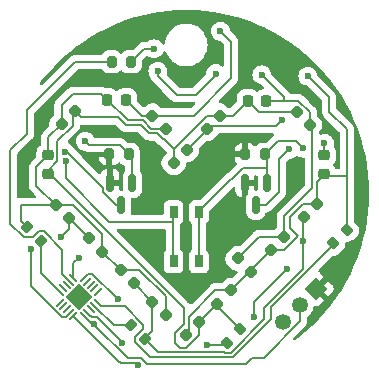
<source format=gbr>
%TF.GenerationSoftware,KiCad,Pcbnew,7.0.7*%
%TF.CreationDate,2024-04-02T17:30:46-04:00*%
%TF.ProjectId,battery_leds,62617474-6572-4795-9f6c-6564732e6b69,rev?*%
%TF.SameCoordinates,Original*%
%TF.FileFunction,Copper,L1,Top*%
%TF.FilePolarity,Positive*%
%FSLAX46Y46*%
G04 Gerber Fmt 4.6, Leading zero omitted, Abs format (unit mm)*
G04 Created by KiCad (PCBNEW 7.0.7) date 2024-04-02 17:30:46*
%MOMM*%
%LPD*%
G01*
G04 APERTURE LIST*
G04 Aperture macros list*
%AMRoundRect*
0 Rectangle with rounded corners*
0 $1 Rounding radius*
0 $2 $3 $4 $5 $6 $7 $8 $9 X,Y pos of 4 corners*
0 Add a 4 corners polygon primitive as box body*
4,1,4,$2,$3,$4,$5,$6,$7,$8,$9,$2,$3,0*
0 Add four circle primitives for the rounded corners*
1,1,$1+$1,$2,$3*
1,1,$1+$1,$4,$5*
1,1,$1+$1,$6,$7*
1,1,$1+$1,$8,$9*
0 Add four rect primitives between the rounded corners*
20,1,$1+$1,$2,$3,$4,$5,0*
20,1,$1+$1,$4,$5,$6,$7,0*
20,1,$1+$1,$6,$7,$8,$9,0*
20,1,$1+$1,$8,$9,$2,$3,0*%
%AMHorizOval*
0 Thick line with rounded ends*
0 $1 width*
0 $2 $3 position (X,Y) of the first rounded end (center of the circle)*
0 $4 $5 position (X,Y) of the second rounded end (center of the circle)*
0 Add line between two ends*
20,1,$1,$2,$3,$4,$5,0*
0 Add two circle primitives to create the rounded ends*
1,1,$1,$2,$3*
1,1,$1,$4,$5*%
%AMRotRect*
0 Rectangle, with rotation*
0 The origin of the aperture is its center*
0 $1 length*
0 $2 width*
0 $3 Rotation angle, in degrees counterclockwise*
0 Add horizontal line*
21,1,$1,$2,0,0,$3*%
G04 Aperture macros list end*
%TA.AperFunction,SMDPad,CuDef*%
%ADD10RoundRect,0.200000X0.335876X0.053033X0.053033X0.335876X-0.335876X-0.053033X-0.053033X-0.335876X0*%
%TD*%
%TA.AperFunction,SMDPad,CuDef*%
%ADD11RoundRect,0.150000X-0.150000X0.587500X-0.150000X-0.587500X0.150000X-0.587500X0.150000X0.587500X0*%
%TD*%
%TA.AperFunction,SMDPad,CuDef*%
%ADD12RoundRect,0.218750X-0.218750X-0.256250X0.218750X-0.256250X0.218750X0.256250X-0.218750X0.256250X0*%
%TD*%
%TA.AperFunction,ComponentPad*%
%ADD13RotRect,1.350000X1.350000X315.000000*%
%TD*%
%TA.AperFunction,ComponentPad*%
%ADD14HorizOval,1.350000X0.000000X0.000000X0.000000X0.000000X0*%
%TD*%
%TA.AperFunction,SMDPad,CuDef*%
%ADD15RoundRect,0.218750X-0.335876X-0.026517X-0.026517X-0.335876X0.335876X0.026517X0.026517X0.335876X0*%
%TD*%
%TA.AperFunction,SMDPad,CuDef*%
%ADD16RoundRect,0.218750X0.256250X-0.218750X0.256250X0.218750X-0.256250X0.218750X-0.256250X-0.218750X0*%
%TD*%
%TA.AperFunction,SMDPad,CuDef*%
%ADD17RoundRect,0.218750X0.335876X0.026517X0.026517X0.335876X-0.335876X-0.026517X-0.026517X-0.335876X0*%
%TD*%
%TA.AperFunction,SMDPad,CuDef*%
%ADD18RoundRect,0.218750X-0.026517X0.335876X-0.335876X0.026517X0.026517X-0.335876X0.335876X-0.026517X0*%
%TD*%
%TA.AperFunction,SMDPad,CuDef*%
%ADD19RoundRect,0.218750X0.026517X-0.335876X0.335876X-0.026517X-0.026517X0.335876X-0.335876X0.026517X0*%
%TD*%
%TA.AperFunction,SMDPad,CuDef*%
%ADD20RoundRect,0.200000X0.200000X0.275000X-0.200000X0.275000X-0.200000X-0.275000X0.200000X-0.275000X0*%
%TD*%
%TA.AperFunction,SMDPad,CuDef*%
%ADD21RoundRect,0.218750X-0.256250X0.218750X-0.256250X-0.218750X0.256250X-0.218750X0.256250X0.218750X0*%
%TD*%
%TA.AperFunction,SMDPad,CuDef*%
%ADD22RoundRect,0.050000X-0.229810X-0.300520X0.300520X0.229810X0.229810X0.300520X-0.300520X-0.229810X0*%
%TD*%
%TA.AperFunction,SMDPad,CuDef*%
%ADD23RoundRect,0.050000X0.229810X-0.300520X0.300520X-0.229810X-0.229810X0.300520X-0.300520X0.229810X0*%
%TD*%
%TA.AperFunction,SMDPad,CuDef*%
%ADD24RotRect,1.650000X1.650000X45.000000*%
%TD*%
%TA.AperFunction,SMDPad,CuDef*%
%ADD25RoundRect,0.200000X-0.053033X0.335876X-0.335876X0.053033X0.053033X-0.335876X0.335876X-0.053033X0*%
%TD*%
%TA.AperFunction,SMDPad,CuDef*%
%ADD26R,0.650000X1.050000*%
%TD*%
%TA.AperFunction,ViaPad*%
%ADD27C,0.600000*%
%TD*%
%TA.AperFunction,Conductor*%
%ADD28C,0.200000*%
%TD*%
G04 APERTURE END LIST*
D10*
%TO.P,R1,1*%
%TO.N,Net-(U1-PD6)*%
X135133364Y-100420864D03*
%TO.P,R1,2*%
%TO.N,Net-(D1-A)*%
X133966638Y-99254138D03*
%TD*%
D11*
%TO.P,Q2,1,G*%
%TO.N,Net-(Q2-G)*%
X142900001Y-95500001D03*
%TO.P,Q2,2,S*%
%TO.N,GND*%
X141000001Y-95500001D03*
%TO.P,Q2,3,D*%
%TO.N,Net-(Q1-D)*%
X141950001Y-97375001D03*
%TD*%
D12*
%TO.P,D2,1,K*%
%TO.N,Net-(D1-A)*%
X140762501Y-88437501D03*
%TO.P,D2,2,A*%
%TO.N,Net-(D1-K)*%
X142337501Y-88437501D03*
%TD*%
D13*
%TO.P,J1,1,Pin_1*%
%TO.N,GND*%
X158464215Y-104423287D03*
D14*
%TO.P,J1,2,Pin_2*%
%TO.N,+3.3V*%
X157050001Y-105837501D03*
%TO.P,J1,3,Pin_3*%
%TO.N,SWIO*%
X155635788Y-107251714D03*
%TD*%
D15*
%TO.P,D1,1,K*%
%TO.N,Net-(D1-K)*%
X144593154Y-89780654D03*
%TO.P,D1,2,A*%
%TO.N,Net-(D1-A)*%
X145706848Y-90894348D03*
%TD*%
D11*
%TO.P,Q1,1,G*%
%TO.N,Net-(Q1-G)*%
X154300001Y-95500001D03*
%TO.P,Q1,2,S*%
%TO.N,GND*%
X152400001Y-95500001D03*
%TO.P,Q1,3,D*%
%TO.N,Net-(Q1-D)*%
X153350001Y-97375001D03*
%TD*%
D16*
%TO.P,D17,1,K*%
%TO.N,Net-(D1-K)*%
X159150001Y-94725001D03*
%TO.P,D17,2,A*%
%TO.N,Net-(D10-K)*%
X159150001Y-93150001D03*
%TD*%
D15*
%TO.P,D13,1,K*%
%TO.N,Net-(D13-K)*%
X151793154Y-101880654D03*
%TO.P,D13,2,A*%
%TO.N,Net-(D1-K)*%
X152906848Y-102994348D03*
%TD*%
D17*
%TO.P,D5,1,K*%
%TO.N,Net-(D13-K)*%
X137506848Y-98494348D03*
%TO.P,D5,2,A*%
%TO.N,Net-(D1-A)*%
X136393154Y-97380654D03*
%TD*%
D18*
%TO.P,D12,1,K*%
%TO.N,Net-(D1-K)*%
X151206848Y-104580654D03*
%TO.P,D12,2,A*%
%TO.N,Net-(D11-K)*%
X150093154Y-105694348D03*
%TD*%
%TO.P,D3,1,K*%
%TO.N,Net-(D11-K)*%
X138006848Y-89380654D03*
%TO.P,D3,2,A*%
%TO.N,Net-(D1-A)*%
X136893154Y-90494348D03*
%TD*%
D19*
%TO.P,D18,1,K*%
%TO.N,Net-(D10-K)*%
X149193154Y-90894348D03*
%TO.P,D18,2,A*%
%TO.N,Net-(D11-K)*%
X150306848Y-89780654D03*
%TD*%
D17*
%TO.P,D10,1,K*%
%TO.N,Net-(D10-K)*%
X143006848Y-103994348D03*
%TO.P,D10,2,A*%
%TO.N,Net-(D1-A)*%
X141893154Y-102880654D03*
%TD*%
D20*
%TO.P,R15,1*%
%TO.N,Net-(Q2-G)*%
X142600003Y-93037501D03*
%TO.P,R15,2*%
%TO.N,GND*%
X140950003Y-93037501D03*
%TD*%
D17*
%TO.P,D6,1,K*%
%TO.N,Net-(D1-A)*%
X140306848Y-101294348D03*
%TO.P,D6,2,A*%
%TO.N,Net-(D13-K)*%
X139193154Y-100180654D03*
%TD*%
D21*
%TO.P,D4,1,K*%
%TO.N,Net-(D1-A)*%
X135750001Y-93150001D03*
%TO.P,D4,2,A*%
%TO.N,Net-(D11-K)*%
X135750001Y-94725001D03*
%TD*%
D17*
%TO.P,D19,1,K*%
%TO.N,Net-(D13-K)*%
X157906848Y-90594348D03*
%TO.P,D19,2,A*%
%TO.N,Net-(D11-K)*%
X156793154Y-89480654D03*
%TD*%
D19*
%TO.P,D14,1,K*%
%TO.N,Net-(D1-K)*%
X154593154Y-101194348D03*
%TO.P,D14,2,A*%
%TO.N,Net-(D13-K)*%
X155706848Y-100080654D03*
%TD*%
%TO.P,D20,1,K*%
%TO.N,Net-(D11-K)*%
X146393154Y-93794348D03*
%TO.P,D20,2,A*%
%TO.N,Net-(D10-K)*%
X147506848Y-92680654D03*
%TD*%
D20*
%TO.P,R4,1*%
%TO.N,Net-(D13-K)*%
X142775001Y-85237501D03*
%TO.P,R4,2*%
%TO.N,Net-(U1-PD3)*%
X141125001Y-85237501D03*
%TD*%
D12*
%TO.P,D7,1,K*%
%TO.N,Net-(D11-K)*%
X152662501Y-88537501D03*
%TO.P,D7,2,A*%
%TO.N,Net-(D13-K)*%
X154237501Y-88537501D03*
%TD*%
D22*
%TO.P,U1,1,PD7*%
%TO.N,unconnected-(U1-PD7-Pad1)*%
X136759011Y-105617292D03*
%TO.P,U1,2,PA1*%
%TO.N,unconnected-(U1-PA1-Pad2)*%
X137041853Y-105900135D03*
%TO.P,U1,3,PA2*%
%TO.N,unconnected-(U1-PA2-Pad3)*%
X137324696Y-106182978D03*
%TO.P,U1,4,GND*%
%TO.N,Net-(Q1-D)*%
X137607539Y-106465821D03*
%TO.P,U1,5,PD0*%
%TO.N,Net-(U1-PD0)*%
X137890382Y-106748663D03*
D23*
%TO.P,U1,6,VDD*%
%TO.N,+3.3V*%
X138809620Y-106748663D03*
%TO.P,U1,7,PC0*%
%TO.N,Net-(Q1-G)*%
X139092463Y-106465821D03*
%TO.P,U1,8,PC1*%
%TO.N,unconnected-(U1-PC1-Pad8)*%
X139375306Y-106182978D03*
%TO.P,U1,9,PC2*%
%TO.N,Net-(U1-PC2)*%
X139658149Y-105900135D03*
%TO.P,U1,10,PC3*%
%TO.N,Net-(U1-PC3)*%
X139940991Y-105617292D03*
D22*
%TO.P,U1,11,PC4*%
%TO.N,unconnected-(U1-PC4-Pad11)*%
X139940991Y-104698054D03*
%TO.P,U1,12,PC5*%
%TO.N,unconnected-(U1-PC5-Pad12)*%
X139658149Y-104415211D03*
%TO.P,U1,13,PC6*%
%TO.N,unconnected-(U1-PC6-Pad13)*%
X139375306Y-104132368D03*
%TO.P,U1,14,PC7*%
%TO.N,unconnected-(U1-PC7-Pad14)*%
X139092463Y-103849525D03*
%TO.P,U1,15,PD1*%
%TO.N,SWIO*%
X138809620Y-103566683D03*
D23*
%TO.P,U1,16,PD2*%
%TO.N,Net-(Q2-G)*%
X137890382Y-103566683D03*
%TO.P,U1,17,PD3*%
%TO.N,Net-(U1-PD3)*%
X137607539Y-103849525D03*
%TO.P,U1,18,PD4*%
%TO.N,unconnected-(U1-PD4-Pad18)*%
X137324696Y-104132368D03*
%TO.P,U1,19,PD5*%
%TO.N,unconnected-(U1-PD5-Pad19)*%
X137041853Y-104415211D03*
%TO.P,U1,20,PD6*%
%TO.N,Net-(U1-PD6)*%
X136759011Y-104698054D03*
D24*
%TO.P,U1,21*%
%TO.N,N/C*%
X138350001Y-105157673D03*
%TD*%
D19*
%TO.P,D16,1,K*%
%TO.N,Net-(D10-K)*%
X157393154Y-98394348D03*
%TO.P,D16,2,A*%
%TO.N,Net-(D1-K)*%
X158506848Y-97280654D03*
%TD*%
D20*
%TO.P,R6,1*%
%TO.N,Net-(Q1-G)*%
X154104290Y-93061650D03*
%TO.P,R6,2*%
%TO.N,GND*%
X152454290Y-93061650D03*
%TD*%
D25*
%TO.P,R3,1*%
%TO.N,Net-(D11-K)*%
X152033364Y-107854138D03*
%TO.P,R3,2*%
%TO.N,Net-(U1-PD0)*%
X150866638Y-109020864D03*
%TD*%
%TO.P,R2,1*%
%TO.N,Net-(D1-K)*%
X161050001Y-99437501D03*
%TO.P,R2,2*%
%TO.N,Net-(U1-PC3)*%
X159883275Y-100604227D03*
%TD*%
D18*
%TO.P,D11,1,K*%
%TO.N,Net-(D11-K)*%
X148506848Y-107280654D03*
%TO.P,D11,2,A*%
%TO.N,Net-(D1-K)*%
X147393154Y-108394348D03*
%TD*%
D26*
%TO.P,SW2,1,1*%
%TO.N,Net-(Q1-G)*%
X148525001Y-97962501D03*
X148525001Y-102112501D03*
%TO.P,SW2,2,2*%
%TO.N,+3.3V*%
X146375001Y-97962501D03*
X146375001Y-102112501D03*
%TD*%
D17*
%TO.P,D15,1,K*%
%TO.N,Net-(D1-A)*%
X145706848Y-106694348D03*
%TO.P,D15,2,A*%
%TO.N,Net-(D10-K)*%
X144593154Y-105580654D03*
%TD*%
D10*
%TO.P,R5,1*%
%TO.N,Net-(D10-K)*%
X143933364Y-108720864D03*
%TO.P,R5,2*%
%TO.N,Net-(U1-PC2)*%
X142766638Y-107554138D03*
%TD*%
D27*
%TO.N,Net-(D1-K)*%
X157750001Y-86437501D03*
X150350001Y-82637501D03*
%TO.N,Net-(D13-K)*%
X136850501Y-100037501D03*
X144750001Y-84137501D03*
X153850001Y-86337501D03*
%TO.N,GND*%
X147450001Y-95437501D03*
%TO.N,Net-(Q1-G)*%
X142050001Y-109037501D03*
X157351090Y-92538590D03*
X153150001Y-106837501D03*
X155950001Y-102737501D03*
%TO.N,Net-(Q1-D)*%
X149950001Y-86237501D03*
X134350001Y-101037501D03*
X137150001Y-92837501D03*
X156150001Y-92637501D03*
X145050001Y-86037501D03*
%TO.N,+3.3V*%
X139650001Y-107437501D03*
X137250001Y-93637501D03*
%TO.N,SWIO*%
X141650001Y-105337501D03*
%TO.N,Net-(Q2-G)*%
X138350001Y-101837501D03*
X138903915Y-91947947D03*
%TO.N,Net-(D10-K)*%
X155550001Y-90137501D03*
X157321921Y-100409421D03*
X159150001Y-92137501D03*
%TO.N,Net-(U1-PD0)*%
X143350001Y-110937501D03*
X149250001Y-109237501D03*
%TD*%
D28*
%TO.N,Net-(D1-K)*%
X147650001Y-108137501D02*
X147650001Y-106837501D01*
X158506848Y-97280654D02*
X157306848Y-97280654D01*
X161050001Y-90937501D02*
X161050001Y-94937501D01*
X150350001Y-82637501D02*
X151250001Y-83537501D01*
X159362501Y-94937501D02*
X161050001Y-94937501D01*
X159150001Y-94725001D02*
X159362501Y-94937501D01*
X151250001Y-86637501D02*
X148106848Y-89780654D01*
X152906848Y-102880654D02*
X154593154Y-101194348D01*
X158506848Y-97280654D02*
X158893154Y-97280654D01*
X152793154Y-102994348D02*
X152906848Y-102994348D01*
X147393154Y-108394348D02*
X147650001Y-108137501D01*
X159550001Y-89437501D02*
X161050001Y-90937501D01*
X157750001Y-86437501D02*
X159550001Y-88237501D01*
X156898010Y-99985510D02*
X155689171Y-101194348D01*
X156250001Y-99337501D02*
X156898010Y-99985510D01*
X156250001Y-98337501D02*
X156250001Y-99337501D01*
X143680654Y-89780654D02*
X142337501Y-88437501D01*
X157306848Y-97280654D02*
X156250001Y-98337501D01*
X149906848Y-104580654D02*
X151206848Y-104580654D01*
X161050001Y-94937501D02*
X161050001Y-99437501D01*
X148106848Y-89780654D02*
X144593154Y-89780654D01*
X159550001Y-88237501D02*
X159550001Y-89437501D01*
X147650001Y-106837501D02*
X149906848Y-104580654D01*
X155689171Y-101194348D02*
X154593154Y-101194348D01*
X144593154Y-89780654D02*
X143680654Y-89780654D01*
X151206848Y-104580654D02*
X152793154Y-102994348D01*
X158506848Y-97280654D02*
X158506848Y-95368154D01*
X152906848Y-102994348D02*
X152906848Y-102880654D01*
X151250001Y-83537501D02*
X151250001Y-86637501D01*
X158506848Y-95368154D02*
X159150001Y-94725001D01*
%TO.N,Net-(D1-A)*%
X140762501Y-88437501D02*
X140262501Y-87937501D01*
X143493154Y-102880654D02*
X145706848Y-105094348D01*
X133450501Y-98738001D02*
X133966638Y-99254138D01*
X135840122Y-97380654D02*
X136393154Y-97380654D01*
X140262501Y-87937501D02*
X137850001Y-87937501D01*
X135750001Y-91637501D02*
X135750001Y-93150001D01*
X144506848Y-90894348D02*
X143793154Y-90180654D01*
X134750001Y-95737501D02*
X136393154Y-97380654D01*
X145706848Y-105094348D02*
X145706848Y-106694348D01*
X136393154Y-97380654D02*
X137893154Y-97380654D01*
X140306848Y-101294348D02*
X141893154Y-102880654D01*
X142505654Y-90180654D02*
X140762501Y-88437501D01*
X134750001Y-94150001D02*
X134750001Y-95737501D01*
X143793154Y-90180654D02*
X142505654Y-90180654D01*
X137850001Y-87937501D02*
X136893154Y-88894348D01*
X141893154Y-102880654D02*
X143493154Y-102880654D01*
X136893154Y-90494348D02*
X135750001Y-91637501D01*
X145706848Y-90894348D02*
X144506848Y-90894348D01*
X133450501Y-97380654D02*
X136393154Y-97380654D01*
X137893154Y-97380654D02*
X140306848Y-99794348D01*
X140306848Y-99794348D02*
X140306848Y-101294348D01*
X133450501Y-97380654D02*
X133450501Y-98738001D01*
X136893154Y-88894348D02*
X136893154Y-90494348D01*
X135750001Y-93150001D02*
X134750001Y-94150001D01*
%TO.N,Net-(D11-K)*%
X135750001Y-94437501D02*
X135750001Y-94725001D01*
X146393154Y-93794348D02*
X146393154Y-92598331D01*
X148506848Y-107280654D02*
X150093154Y-105694348D01*
X145543797Y-91748974D02*
X145465457Y-91748974D01*
X146393154Y-92598331D02*
X149210831Y-89780654D01*
X153605654Y-89480654D02*
X156793154Y-89480654D01*
X152662501Y-88537501D02*
X153605654Y-89480654D01*
X138563695Y-89937501D02*
X138006848Y-89380654D01*
X150093154Y-105913928D02*
X152033364Y-107854138D01*
X143627468Y-90580654D02*
X142339968Y-90580654D01*
X138006848Y-89380654D02*
X137850001Y-89537501D01*
X136550001Y-91937501D02*
X136550001Y-93637501D01*
X137850001Y-89537501D02*
X137850001Y-90637501D01*
X135903186Y-94725001D02*
X147250001Y-106071816D01*
X137850001Y-90637501D02*
X136550001Y-91937501D01*
X147446018Y-109437501D02*
X148506848Y-108376671D01*
X142339968Y-90580654D02*
X141696815Y-89937501D01*
X149210831Y-89780654D02*
X150306848Y-89780654D01*
X147250001Y-107437501D02*
X146538528Y-108148974D01*
X136550001Y-93637501D02*
X135750001Y-94437501D01*
X145010831Y-91294348D02*
X144341162Y-91294348D01*
X148506848Y-108376671D02*
X148506848Y-107280654D01*
X145465457Y-91748974D02*
X145010831Y-91294348D01*
X146950001Y-109437501D02*
X147446018Y-109437501D01*
X144341162Y-91294348D02*
X143627468Y-90580654D01*
X147250001Y-106071816D02*
X147250001Y-107437501D01*
X146538528Y-108148974D02*
X146538528Y-109026028D01*
X146538528Y-109026028D02*
X146950001Y-109437501D01*
X141696815Y-89937501D02*
X138563695Y-89937501D01*
X151419348Y-89780654D02*
X152662501Y-88537501D01*
X135750001Y-94725001D02*
X135903186Y-94725001D01*
X146393154Y-92598331D02*
X145543797Y-91748974D01*
X150306848Y-89780654D02*
X151419348Y-89780654D01*
X149831846Y-105694348D02*
X150093154Y-105694348D01*
X150093154Y-105694348D02*
X150093154Y-105913928D01*
%TO.N,Net-(D13-K)*%
X143875001Y-84137501D02*
X142775001Y-85237501D01*
X156946018Y-88537501D02*
X157906848Y-89498331D01*
X137506848Y-98494348D02*
X139193154Y-100180654D01*
X155706848Y-98280654D02*
X155706848Y-100080654D01*
X157906848Y-90594348D02*
X158106848Y-90794348D01*
X155706848Y-100080654D02*
X153593154Y-100080654D01*
X158106848Y-95880654D02*
X155706848Y-98280654D01*
X137506848Y-98494348D02*
X137506848Y-99381154D01*
X153593154Y-100080654D02*
X151793154Y-101880654D01*
X158106848Y-90794348D02*
X158106848Y-95880654D01*
X155750001Y-88237501D02*
X155750001Y-88537501D01*
X157906848Y-89498331D02*
X157906848Y-90594348D01*
X155750001Y-88537501D02*
X155850001Y-88537501D01*
X137506848Y-99381154D02*
X136850501Y-100037501D01*
X155850001Y-88537501D02*
X156946018Y-88537501D01*
X144750001Y-84137501D02*
X143875001Y-84137501D01*
X153850001Y-86337501D02*
X155750001Y-88237501D01*
X154237501Y-88537501D02*
X155750001Y-88537501D01*
%TO.N,Net-(Q1-G)*%
X148499999Y-97887503D02*
X148499999Y-98762501D01*
X154300001Y-94237501D02*
X152250001Y-94237501D01*
X142050001Y-109037501D02*
X142050001Y-108988972D01*
X151350001Y-95137501D02*
X151250001Y-95137501D01*
X154300001Y-93257362D02*
X154300001Y-94237501D01*
X153150001Y-106837501D02*
X153150001Y-105537501D01*
X148500000Y-102087500D02*
X148500000Y-98762501D01*
X156750001Y-91937501D02*
X155228439Y-91937501D01*
X139894527Y-106833498D02*
X139460140Y-106833498D01*
X154300001Y-94237501D02*
X154300000Y-95500000D01*
X153150001Y-105537501D02*
X155950001Y-102737501D01*
X139460140Y-106833498D02*
X139092463Y-106465821D01*
X154104290Y-93061650D02*
X154300001Y-93257362D01*
X157351090Y-92538590D02*
X156750001Y-91937501D01*
X148525001Y-102112501D02*
X148500000Y-102087500D01*
X152250001Y-94237501D02*
X151350001Y-95137501D01*
X151250001Y-95137501D02*
X148499999Y-97887503D01*
X142050001Y-108988972D02*
X139894527Y-106833498D01*
X155228439Y-91937501D02*
X154104290Y-93061650D01*
%TO.N,Net-(Q1-D)*%
X148248332Y-88040028D02*
X149950001Y-86338359D01*
X140400001Y-96273897D02*
X141501105Y-97375001D01*
X155306848Y-94037501D02*
X155306848Y-96280654D01*
X137239860Y-106833498D02*
X137607539Y-106465821D01*
X134350001Y-101037501D02*
X134350001Y-104233587D01*
X155306848Y-94037501D02*
X155306848Y-93480654D01*
X137350001Y-92837501D02*
X140400001Y-95887501D01*
X155306848Y-93480654D02*
X156150001Y-92637501D01*
X136949912Y-106833498D02*
X137239860Y-106833498D01*
X146651670Y-88040028D02*
X148248332Y-88040028D01*
X137150001Y-92837501D02*
X137350001Y-92837501D01*
X141501105Y-97375001D02*
X141950001Y-97375001D01*
X149950001Y-86338359D02*
X149950001Y-86237501D01*
X145050001Y-86438359D02*
X146651670Y-88040028D01*
X155306848Y-96280654D02*
X154212501Y-97375001D01*
X140400001Y-95887501D02*
X140400001Y-96273897D01*
X154212501Y-97375001D02*
X153350001Y-97375001D01*
X145050001Y-86037501D02*
X145050001Y-86438359D01*
X134350001Y-104233587D02*
X136949912Y-106833498D01*
%TO.N,+3.3V*%
X153995310Y-110271051D02*
X157050001Y-107216360D01*
X152550001Y-110837501D02*
X153050001Y-110337501D01*
X139650001Y-107437501D02*
X139650001Y-107486030D01*
X140944639Y-98762501D02*
X146349999Y-98762501D01*
X139650001Y-107486030D02*
X142501472Y-110337501D01*
X143650001Y-110337501D02*
X144150001Y-110837501D01*
X146350001Y-97987501D02*
X146375001Y-97962501D01*
X137250001Y-95067863D02*
X140944639Y-98762501D01*
X142501472Y-110337501D02*
X143650001Y-110337501D01*
X137250001Y-93637501D02*
X137250001Y-95067863D01*
X144150001Y-110837501D02*
X152550001Y-110837501D01*
X157050001Y-107216360D02*
X157050001Y-105837501D01*
X139498458Y-107437501D02*
X138809620Y-106748663D01*
X153050001Y-110337501D02*
X153848042Y-110337501D01*
X139650001Y-107437501D02*
X139498458Y-107437501D01*
X153848042Y-110337501D02*
X153995310Y-110271051D01*
X146350001Y-102087501D02*
X146350001Y-97987501D01*
X146375001Y-102112501D02*
X146350001Y-102087501D01*
%TO.N,SWIO*%
X139177299Y-103199005D02*
X139511505Y-103199005D01*
X139511505Y-103199005D02*
X141650001Y-105337501D01*
X138809620Y-103566683D02*
X139177299Y-103199005D01*
%TO.N,Net-(Q2-G)*%
X142900002Y-95500001D02*
X142900000Y-93337501D01*
X141825003Y-92262501D02*
X142600003Y-93037501D01*
X138350001Y-101837501D02*
X137890382Y-102297120D01*
X142900000Y-93337501D02*
X142600000Y-93037501D01*
X137890382Y-102297120D02*
X137890382Y-103566683D01*
X138903915Y-91947947D02*
X139218469Y-92262501D01*
X139218469Y-92262501D02*
X141825003Y-92262501D01*
%TO.N,Net-(U1-PD6)*%
X135133364Y-103072407D02*
X136759011Y-104698054D01*
X135133364Y-100420864D02*
X135133364Y-103072407D01*
%TO.N,Net-(U1-PD3)*%
X141125001Y-85237501D02*
X138050001Y-85237501D01*
X138050001Y-85237501D02*
X133950001Y-89337501D01*
X134979291Y-99584988D02*
X135393503Y-99584988D01*
X136950001Y-101141486D02*
X136950001Y-103191987D01*
X135393503Y-99584988D02*
X136950001Y-101141486D01*
X136950001Y-103191987D02*
X137607539Y-103849525D01*
X132550001Y-92737501D02*
X132550001Y-98933516D01*
X133706499Y-100090014D02*
X134474265Y-100090014D01*
X134474265Y-100090014D02*
X134979291Y-99584988D01*
X132550001Y-98933516D02*
X133706499Y-100090014D01*
X133950001Y-89337501D02*
X133950001Y-91337501D01*
X133950001Y-91337501D02*
X132550001Y-92737501D01*
%TO.N,Net-(D10-K)*%
X151230762Y-109856740D02*
X150712565Y-109856740D01*
X149423912Y-90663590D02*
X149193154Y-90894348D01*
X155023912Y-90663590D02*
X149423912Y-90663590D01*
X150712565Y-109856740D02*
X150693326Y-109837501D01*
X159150001Y-92137501D02*
X159150001Y-93150001D01*
X155550001Y-90137501D02*
X155023912Y-90663590D01*
X149193154Y-90994348D02*
X149193154Y-90894348D01*
X144593154Y-108061074D02*
X143933364Y-108720864D01*
X150693326Y-109837501D02*
X145050001Y-109837501D01*
X147506848Y-92680654D02*
X149193154Y-90994348D01*
X154050001Y-106037501D02*
X154050001Y-107037501D01*
X145050001Y-109837501D02*
X143933364Y-108720864D01*
X157321921Y-102765581D02*
X154050001Y-106037501D01*
X157321921Y-100409421D02*
X157321921Y-102765581D01*
X154050001Y-107037501D02*
X151230762Y-109856740D01*
X157321921Y-100409421D02*
X157321921Y-98465581D01*
X157321921Y-98465581D02*
X157393154Y-98394348D01*
X143006848Y-103994348D02*
X144593154Y-105580654D01*
X144593154Y-105580654D02*
X144593154Y-108061074D01*
%TO.N,Net-(U1-PC2)*%
X141312152Y-107554138D02*
X142766638Y-107554138D01*
X139658149Y-105900135D02*
X141312152Y-107554138D01*
%TO.N,Net-(U1-PD0)*%
X150650001Y-109237501D02*
X150866638Y-109020864D01*
X141795576Y-110653857D02*
X137890382Y-106748663D01*
X149250001Y-109237501D02*
X150650001Y-109237501D01*
X143150001Y-110737501D02*
X142008697Y-110737501D01*
X143350001Y-110937501D02*
X143150001Y-110737501D01*
X142008697Y-110737501D02*
X141795576Y-110653857D01*
%TO.N,Net-(U1-PC3)*%
X142245667Y-105937501D02*
X143779291Y-107471125D01*
X143779291Y-107884988D02*
X143097488Y-108566791D01*
X154650001Y-106003187D02*
X159883275Y-100769913D01*
X144373225Y-110256740D02*
X151396448Y-110256740D01*
X139940991Y-105617292D02*
X140261200Y-105937501D01*
X159883275Y-100769913D02*
X159883275Y-100604227D01*
X143097488Y-108981003D02*
X144373225Y-110256740D01*
X140261200Y-105937501D02*
X142245667Y-105937501D01*
X151396448Y-110256740D02*
X154650001Y-107003187D01*
X143779291Y-107471125D02*
X143779291Y-107884988D01*
X143097488Y-108566791D02*
X143097488Y-108981003D01*
X154650001Y-107003187D02*
X154650001Y-106003187D01*
%TD*%
%TA.AperFunction,Conductor*%
%TO.N,GND*%
G36*
X148233464Y-80857854D02*
G01*
X148236599Y-80858013D01*
X148478158Y-80876408D01*
X149016510Y-80917406D01*
X149019603Y-80917720D01*
X149795511Y-81016539D01*
X149798595Y-81017011D01*
X150568516Y-81155006D01*
X150571538Y-81155627D01*
X151333462Y-81332435D01*
X151336474Y-81333214D01*
X152088488Y-81548393D01*
X152091461Y-81549326D01*
X152831593Y-81802311D01*
X152834494Y-81803385D01*
X153560871Y-82093535D01*
X153563734Y-82094763D01*
X154202730Y-82388365D01*
X154274445Y-82421316D01*
X154277265Y-82422699D01*
X154970547Y-82784840D01*
X154973294Y-82786364D01*
X155647340Y-83183151D01*
X155649972Y-83184791D01*
X156303063Y-83615215D01*
X156305621Y-83616995D01*
X156936077Y-84079946D01*
X156938561Y-84081869D01*
X157544726Y-84576133D01*
X157547110Y-84578179D01*
X158127488Y-85102531D01*
X158129765Y-85104696D01*
X158682805Y-85657736D01*
X158684970Y-85660013D01*
X159209322Y-86240391D01*
X159211368Y-86242775D01*
X159705632Y-86848940D01*
X159707555Y-86851424D01*
X160170506Y-87481880D01*
X160172292Y-87484446D01*
X160602703Y-88137518D01*
X160604350Y-88140161D01*
X161001137Y-88814207D01*
X161002661Y-88816954D01*
X161364802Y-89510236D01*
X161366185Y-89513056D01*
X161692727Y-90223743D01*
X161693966Y-90226630D01*
X161984108Y-90952986D01*
X161985199Y-90955932D01*
X162238171Y-91696028D01*
X162239112Y-91699026D01*
X162454283Y-92451014D01*
X162455070Y-92454056D01*
X162631868Y-93215937D01*
X162632501Y-93219015D01*
X162770489Y-93988905D01*
X162770965Y-93992011D01*
X162869778Y-94767875D01*
X162870096Y-94771001D01*
X162929488Y-95550902D01*
X162929647Y-95554039D01*
X162949461Y-96335928D01*
X162949461Y-96339074D01*
X162929647Y-97120962D01*
X162929488Y-97124099D01*
X162870096Y-97904000D01*
X162869778Y-97907126D01*
X162770965Y-98682990D01*
X162770489Y-98686096D01*
X162632501Y-99455986D01*
X162631868Y-99459064D01*
X162455070Y-100220945D01*
X162454283Y-100223987D01*
X162239112Y-100975975D01*
X162238171Y-100978973D01*
X161985199Y-101719069D01*
X161984108Y-101722015D01*
X161693966Y-102448371D01*
X161692727Y-102451258D01*
X161366185Y-103161945D01*
X161364802Y-103164765D01*
X161002661Y-103858047D01*
X161001137Y-103860794D01*
X160604350Y-104534840D01*
X160602691Y-104537500D01*
X160497979Y-104696384D01*
X160172301Y-105190542D01*
X160170506Y-105193121D01*
X159707555Y-105823577D01*
X159705632Y-105826061D01*
X159211368Y-106432226D01*
X159209322Y-106434610D01*
X158684970Y-107014988D01*
X158682805Y-107017265D01*
X158129765Y-107570305D01*
X158127488Y-107572470D01*
X157547110Y-108096822D01*
X157544726Y-108098868D01*
X156938561Y-108593132D01*
X156936077Y-108595055D01*
X156684524Y-108779774D01*
X156618837Y-108803586D01*
X156550704Y-108788106D01*
X156501756Y-108738248D01*
X156487534Y-108669841D01*
X156512553Y-108604604D01*
X156523446Y-108592149D01*
X157443924Y-107671671D01*
X157450007Y-107666337D01*
X157478283Y-107644642D01*
X157497347Y-107619798D01*
X157508811Y-107604859D01*
X157574536Y-107519202D01*
X157574535Y-107519202D01*
X157574537Y-107519201D01*
X157635045Y-107373122D01*
X157655683Y-107216360D01*
X157651031Y-107181029D01*
X157650501Y-107172931D01*
X157650501Y-106917341D01*
X157670186Y-106850302D01*
X157709221Y-106811916D01*
X157761433Y-106779589D01*
X157922428Y-106632823D01*
X158053713Y-106458973D01*
X158150818Y-106263960D01*
X158210436Y-106054424D01*
X158217413Y-105979123D01*
X158243199Y-105914188D01*
X158299999Y-105873500D01*
X158358531Y-105867828D01*
X158464215Y-105883022D01*
X158606528Y-105862562D01*
X158606533Y-105862561D01*
X158737312Y-105802835D01*
X158783947Y-105765255D01*
X158783951Y-105765251D01*
X159118289Y-105430914D01*
X159118289Y-105430913D01*
X158648081Y-104960706D01*
X158614596Y-104899383D01*
X158619580Y-104829691D01*
X158661452Y-104773758D01*
X158679460Y-104762545D01*
X158702260Y-104750928D01*
X158791856Y-104661332D01*
X158803469Y-104638539D01*
X158851440Y-104587745D01*
X158919261Y-104570948D01*
X158985396Y-104593484D01*
X159001634Y-104607153D01*
X159471842Y-105077361D01*
X159806179Y-104743023D01*
X159806183Y-104743019D01*
X159843763Y-104696384D01*
X159903489Y-104565605D01*
X159903490Y-104565600D01*
X159923950Y-104423286D01*
X159903490Y-104280973D01*
X159903489Y-104280968D01*
X159843763Y-104150189D01*
X159806183Y-104103554D01*
X159471841Y-103769212D01*
X159471840Y-103769212D01*
X159001634Y-104239419D01*
X158940311Y-104272904D01*
X158870620Y-104267920D01*
X158814686Y-104226049D01*
X158803471Y-104208038D01*
X158791856Y-104185242D01*
X158791852Y-104185238D01*
X158791851Y-104185236D01*
X158702265Y-104095650D01*
X158702262Y-104095648D01*
X158702260Y-104095646D01*
X158679465Y-104084031D01*
X158628671Y-104036058D01*
X158611876Y-103968237D01*
X158634413Y-103902102D01*
X158648081Y-103885867D01*
X159118289Y-103415660D01*
X159118289Y-103415659D01*
X158783951Y-103081322D01*
X158783947Y-103081318D01*
X158737313Y-103043739D01*
X158708489Y-103030575D01*
X158655685Y-102984819D01*
X158636002Y-102917779D01*
X158655688Y-102850740D01*
X158672314Y-102830108D01*
X159825500Y-101676922D01*
X159886824Y-101643437D01*
X159913182Y-101640603D01*
X160021364Y-101640603D01*
X160186533Y-101599893D01*
X160337160Y-101520837D01*
X160391603Y-101475465D01*
X160754513Y-101112555D01*
X160799885Y-101058112D01*
X160878941Y-100907485D01*
X160919651Y-100742316D01*
X160919651Y-100597877D01*
X160939336Y-100530838D01*
X160992140Y-100485083D01*
X161043651Y-100473877D01*
X161188090Y-100473877D01*
X161353259Y-100433167D01*
X161503886Y-100354111D01*
X161558329Y-100308739D01*
X161921239Y-99945829D01*
X161966611Y-99891386D01*
X162045667Y-99740759D01*
X162086377Y-99575590D01*
X162086377Y-99405478D01*
X162045667Y-99240309D01*
X161966611Y-99089682D01*
X161921239Y-99035239D01*
X161686819Y-98800820D01*
X161653335Y-98739497D01*
X161650501Y-98713139D01*
X161650501Y-94980928D01*
X161651032Y-94972827D01*
X161655683Y-94937501D01*
X161655683Y-94937500D01*
X161651032Y-94902174D01*
X161650501Y-94894072D01*
X161650501Y-90980929D01*
X161651032Y-90972827D01*
X161653257Y-90955932D01*
X161655683Y-90937501D01*
X161655316Y-90934716D01*
X161635045Y-90780740D01*
X161635045Y-90780739D01*
X161574537Y-90634660D01*
X161551726Y-90604932D01*
X161478283Y-90509219D01*
X161455924Y-90492062D01*
X161450010Y-90487524D01*
X161443914Y-90482179D01*
X160186820Y-89225084D01*
X160153335Y-89163761D01*
X160150501Y-89137403D01*
X160150501Y-88280929D01*
X160151032Y-88272827D01*
X160155683Y-88237500D01*
X160155683Y-88237499D01*
X160135045Y-88080740D01*
X160135043Y-88080735D01*
X160074539Y-87934664D01*
X160074536Y-87934659D01*
X160035101Y-87883266D01*
X160028924Y-87875216D01*
X159978283Y-87809219D01*
X159950006Y-87787521D01*
X159943905Y-87782170D01*
X158580701Y-86418966D01*
X158547216Y-86357643D01*
X158545164Y-86345187D01*
X158535369Y-86258246D01*
X158475790Y-86087979D01*
X158379817Y-85935239D01*
X158252263Y-85807685D01*
X158243386Y-85802107D01*
X158099524Y-85711712D01*
X157929255Y-85652132D01*
X157929250Y-85652131D01*
X157750005Y-85631936D01*
X157749997Y-85631936D01*
X157570751Y-85652131D01*
X157570746Y-85652132D01*
X157400477Y-85711712D01*
X157247738Y-85807685D01*
X157120185Y-85935238D01*
X157024212Y-86087977D01*
X156964632Y-86258246D01*
X156964631Y-86258251D01*
X156944436Y-86437497D01*
X156944436Y-86437504D01*
X156964631Y-86616750D01*
X156964632Y-86616755D01*
X157024212Y-86787024D01*
X157120185Y-86939762D01*
X157120185Y-86939763D01*
X157247739Y-87067317D01*
X157400479Y-87163290D01*
X157570746Y-87222869D01*
X157657670Y-87232662D01*
X157722081Y-87259727D01*
X157731466Y-87268200D01*
X158913183Y-88449918D01*
X158946667Y-88511239D01*
X158949501Y-88537597D01*
X158949501Y-89394072D01*
X158948970Y-89402174D01*
X158944319Y-89437500D01*
X158944319Y-89437501D01*
X158949501Y-89476861D01*
X158964956Y-89594261D01*
X158964957Y-89594263D01*
X158993809Y-89663919D01*
X159025465Y-89740342D01*
X159121719Y-89865783D01*
X159149996Y-89887481D01*
X159156086Y-89892821D01*
X160413183Y-91149918D01*
X160446667Y-91211239D01*
X160449501Y-91237597D01*
X160449501Y-94213001D01*
X160429816Y-94280040D01*
X160377012Y-94325795D01*
X160325501Y-94337001D01*
X160197418Y-94337001D01*
X160130379Y-94317316D01*
X160084624Y-94264512D01*
X160079712Y-94252005D01*
X160078357Y-94247917D01*
X160062550Y-94200214D01*
X160055856Y-94189362D01*
X159974284Y-94057113D01*
X159974281Y-94057108D01*
X159942353Y-94025180D01*
X159908868Y-93963856D01*
X159913854Y-93894165D01*
X159942353Y-93849820D01*
X159974282Y-93817892D01*
X160062550Y-93674788D01*
X160115437Y-93515186D01*
X160125501Y-93416675D01*
X160125501Y-92883327D01*
X160115437Y-92784816D01*
X160062550Y-92625214D01*
X160062546Y-92625208D01*
X160062545Y-92625205D01*
X159974284Y-92482113D01*
X159974281Y-92482109D01*
X159957687Y-92465515D01*
X159924202Y-92404192D01*
X159928327Y-92336877D01*
X159935369Y-92316756D01*
X159936805Y-92304009D01*
X159955566Y-92137504D01*
X159955566Y-92137497D01*
X159935370Y-91958251D01*
X159935369Y-91958246D01*
X159929058Y-91940211D01*
X159875790Y-91787979D01*
X159844363Y-91737964D01*
X159803435Y-91672827D01*
X159779817Y-91635239D01*
X159652263Y-91507685D01*
X159618493Y-91486466D01*
X159499524Y-91411712D01*
X159329255Y-91352132D01*
X159329250Y-91352131D01*
X159150005Y-91331936D01*
X159149997Y-91331936D01*
X158970751Y-91352131D01*
X158970743Y-91352133D01*
X158872302Y-91386579D01*
X158802523Y-91390140D01*
X158741896Y-91355411D01*
X158709669Y-91293417D01*
X158707348Y-91269537D01*
X158707348Y-91171742D01*
X158727033Y-91104703D01*
X158743663Y-91084065D01*
X158785198Y-91042531D01*
X158847739Y-90965757D01*
X158923198Y-90815504D01*
X158961973Y-90651899D01*
X158961973Y-90483764D01*
X158923198Y-90320159D01*
X158847739Y-90169906D01*
X158785198Y-90093132D01*
X158785191Y-90093125D01*
X158785186Y-90093119D01*
X158543667Y-89851599D01*
X158510182Y-89790276D01*
X158507348Y-89763918D01*
X158507348Y-89541759D01*
X158507879Y-89533657D01*
X158510226Y-89515835D01*
X158512530Y-89498331D01*
X158509703Y-89476861D01*
X158491892Y-89341570D01*
X158491890Y-89341565D01*
X158431386Y-89195494D01*
X158431383Y-89195489D01*
X158403766Y-89159497D01*
X158354140Y-89094824D01*
X158335130Y-89070049D01*
X158306853Y-89048351D01*
X158300752Y-89043000D01*
X157868242Y-88610490D01*
X157401338Y-88143586D01*
X157395996Y-88137494D01*
X157374300Y-88109219D01*
X157248859Y-88012965D01*
X157157698Y-87975205D01*
X157102780Y-87952457D01*
X157102778Y-87952456D01*
X156985379Y-87937001D01*
X156946018Y-87931819D01*
X156910688Y-87936470D01*
X156902590Y-87937001D01*
X156337483Y-87937001D01*
X156270444Y-87917316D01*
X156239107Y-87888487D01*
X156235101Y-87883266D01*
X156178283Y-87809219D01*
X156150006Y-87787521D01*
X156143905Y-87782170D01*
X154680701Y-86318966D01*
X154647216Y-86257643D01*
X154645164Y-86245187D01*
X154635369Y-86158246D01*
X154575790Y-85987979D01*
X154479817Y-85835239D01*
X154352263Y-85707685D01*
X154276394Y-85660013D01*
X154199524Y-85611712D01*
X154029255Y-85552132D01*
X154029250Y-85552131D01*
X153850005Y-85531936D01*
X153849997Y-85531936D01*
X153670751Y-85552131D01*
X153670746Y-85552132D01*
X153500477Y-85611712D01*
X153347738Y-85707685D01*
X153220185Y-85835238D01*
X153124212Y-85987977D01*
X153064632Y-86158246D01*
X153064631Y-86158251D01*
X153044436Y-86337497D01*
X153044436Y-86337504D01*
X153064631Y-86516750D01*
X153064632Y-86516755D01*
X153124212Y-86687024D01*
X153187046Y-86787023D01*
X153220185Y-86839763D01*
X153347739Y-86967317D01*
X153500479Y-87063290D01*
X153670746Y-87122869D01*
X153757670Y-87132662D01*
X153822081Y-87159727D01*
X153831466Y-87168201D01*
X154017163Y-87353898D01*
X154050648Y-87415221D01*
X154045664Y-87484913D01*
X154003792Y-87540846D01*
X153942085Y-87564937D01*
X153872318Y-87572064D01*
X153872317Y-87572064D01*
X153872316Y-87572065D01*
X153793220Y-87598274D01*
X153712716Y-87624951D01*
X153712705Y-87624956D01*
X153569613Y-87713217D01*
X153569609Y-87713220D01*
X153537682Y-87745148D01*
X153476359Y-87778633D01*
X153406667Y-87773649D01*
X153362320Y-87745148D01*
X153330392Y-87713220D01*
X153330388Y-87713217D01*
X153187296Y-87624956D01*
X153187290Y-87624953D01*
X153187288Y-87624952D01*
X153027686Y-87572065D01*
X153027684Y-87572064D01*
X152929182Y-87562001D01*
X152929175Y-87562001D01*
X152395827Y-87562001D01*
X152395819Y-87562001D01*
X152297317Y-87572064D01*
X152297316Y-87572065D01*
X152218220Y-87598274D01*
X152137716Y-87624951D01*
X152137705Y-87624956D01*
X151994613Y-87713217D01*
X151994609Y-87713220D01*
X151875720Y-87832109D01*
X151875717Y-87832113D01*
X151787456Y-87975205D01*
X151787451Y-87975216D01*
X151767702Y-88034816D01*
X151734565Y-88134816D01*
X151734565Y-88134817D01*
X151734564Y-88134817D01*
X151724501Y-88233319D01*
X151724501Y-88574904D01*
X151704816Y-88641943D01*
X151688182Y-88662585D01*
X151206932Y-89143835D01*
X151145609Y-89177320D01*
X151119251Y-89180154D01*
X151084243Y-89180154D01*
X151017204Y-89160469D01*
X150996562Y-89143835D01*
X150755037Y-88902310D01*
X150755031Y-88902304D01*
X150678257Y-88839763D01*
X150678252Y-88839760D01*
X150678250Y-88839759D01*
X150528007Y-88764305D01*
X150528005Y-88764304D01*
X150528004Y-88764304D01*
X150364399Y-88725529D01*
X150310569Y-88725529D01*
X150243530Y-88705844D01*
X150197775Y-88653040D01*
X150187831Y-88583882D01*
X150216856Y-88520326D01*
X150222888Y-88513848D01*
X150927518Y-87809218D01*
X151643915Y-87092820D01*
X151650000Y-87087484D01*
X151678283Y-87065783D01*
X151774537Y-86940342D01*
X151835045Y-86794263D01*
X151850501Y-86676862D01*
X151855683Y-86637501D01*
X151851031Y-86602170D01*
X151850501Y-86594072D01*
X151850501Y-83580929D01*
X151851032Y-83572827D01*
X151855683Y-83537500D01*
X151855683Y-83537499D01*
X151835045Y-83380740D01*
X151835045Y-83380739D01*
X151774537Y-83234660D01*
X151774536Y-83234660D01*
X151771444Y-83227195D01*
X151762073Y-83218418D01*
X151678283Y-83109219D01*
X151650006Y-83087521D01*
X151643905Y-83082170D01*
X151180701Y-82618966D01*
X151147216Y-82557643D01*
X151145164Y-82545187D01*
X151135369Y-82458246D01*
X151075790Y-82287979D01*
X150979817Y-82135239D01*
X150852263Y-82007685D01*
X150839237Y-81999500D01*
X150699524Y-81911712D01*
X150529255Y-81852132D01*
X150529250Y-81852131D01*
X150350005Y-81831936D01*
X150349997Y-81831936D01*
X150170751Y-81852131D01*
X150170746Y-81852132D01*
X150000477Y-81911712D01*
X149847738Y-82007685D01*
X149720185Y-82135238D01*
X149624212Y-82287977D01*
X149564632Y-82458246D01*
X149564631Y-82458251D01*
X149544436Y-82637497D01*
X149544436Y-82637504D01*
X149564631Y-82816750D01*
X149564632Y-82816755D01*
X149624212Y-82987024D01*
X149683997Y-83082170D01*
X149720185Y-83139763D01*
X149847739Y-83267317D01*
X150000479Y-83363290D01*
X150170746Y-83422869D01*
X150257670Y-83432662D01*
X150322081Y-83459727D01*
X150331466Y-83468201D01*
X150613182Y-83749917D01*
X150646667Y-83811240D01*
X150649501Y-83837598D01*
X150649501Y-85507488D01*
X150629816Y-85574527D01*
X150577012Y-85620282D01*
X150507854Y-85630226D01*
X150459462Y-85609315D01*
X150458159Y-85611390D01*
X150440826Y-85600499D01*
X150399492Y-85574527D01*
X150299524Y-85511712D01*
X150129255Y-85452132D01*
X150129250Y-85452131D01*
X149950005Y-85431936D01*
X149949997Y-85431936D01*
X149770751Y-85452131D01*
X149770746Y-85452132D01*
X149600477Y-85511712D01*
X149447738Y-85607685D01*
X149320185Y-85735238D01*
X149224212Y-85887977D01*
X149164632Y-86058246D01*
X149164631Y-86058251D01*
X149144436Y-86237497D01*
X149144436Y-86243326D01*
X149124751Y-86310365D01*
X149108117Y-86331007D01*
X148035916Y-87403209D01*
X147974593Y-87436694D01*
X147948235Y-87439528D01*
X146951767Y-87439528D01*
X146884728Y-87419843D01*
X146864086Y-87403209D01*
X145849575Y-86388698D01*
X145816090Y-86327375D01*
X145820214Y-86260062D01*
X145835369Y-86216756D01*
X145841961Y-86158251D01*
X145855566Y-86037504D01*
X145855566Y-86037497D01*
X145835370Y-85858251D01*
X145835369Y-85858246D01*
X145828285Y-85838001D01*
X145775790Y-85687979D01*
X145753266Y-85652133D01*
X145695551Y-85560280D01*
X145679817Y-85535239D01*
X145552263Y-85407685D01*
X145482190Y-85363655D01*
X145399524Y-85311712D01*
X145229255Y-85252132D01*
X145229250Y-85252131D01*
X145050005Y-85231936D01*
X145049997Y-85231936D01*
X144870751Y-85252131D01*
X144870746Y-85252132D01*
X144700477Y-85311712D01*
X144547738Y-85407685D01*
X144420185Y-85535238D01*
X144324212Y-85687977D01*
X144264632Y-85858246D01*
X144264631Y-85858251D01*
X144244436Y-86037497D01*
X144244436Y-86037504D01*
X144264631Y-86216750D01*
X144264632Y-86216755D01*
X144324212Y-86387024D01*
X144420185Y-86539763D01*
X144440030Y-86559608D01*
X144466910Y-86599836D01*
X144503024Y-86687024D01*
X144525465Y-86741200D01*
X144621719Y-86866641D01*
X144649996Y-86888339D01*
X144656086Y-86893679D01*
X145436054Y-87673647D01*
X146196339Y-88433932D01*
X146201690Y-88440033D01*
X146223388Y-88468310D01*
X146316508Y-88539763D01*
X146348829Y-88564564D01*
X146348831Y-88564564D01*
X146348833Y-88564566D01*
X146413870Y-88591505D01*
X146494908Y-88625072D01*
X146573288Y-88635390D01*
X146651669Y-88645710D01*
X146651670Y-88645710D01*
X146686999Y-88641058D01*
X146695098Y-88640528D01*
X148098376Y-88640528D01*
X148165415Y-88660213D01*
X148211170Y-88713017D01*
X148221114Y-88782175D01*
X148192089Y-88845731D01*
X148186057Y-88852209D01*
X147894432Y-89143835D01*
X147833109Y-89177320D01*
X147806751Y-89180154D01*
X145423582Y-89180154D01*
X145356543Y-89160469D01*
X145335901Y-89143835D01*
X145094376Y-88902310D01*
X145094370Y-88902304D01*
X145017596Y-88839763D01*
X145017591Y-88839760D01*
X145017589Y-88839759D01*
X144867346Y-88764305D01*
X144867344Y-88764304D01*
X144867343Y-88764304D01*
X144703738Y-88725529D01*
X144535603Y-88725529D01*
X144371998Y-88764304D01*
X144371994Y-88764305D01*
X144221751Y-88839759D01*
X144221744Y-88839764D01*
X144144970Y-88902305D01*
X144144964Y-88902310D01*
X143985936Y-89061339D01*
X143924613Y-89094824D01*
X143854921Y-89089840D01*
X143810574Y-89061339D01*
X143311820Y-88562585D01*
X143278335Y-88501262D01*
X143275501Y-88474904D01*
X143275501Y-88133332D01*
X143275500Y-88133319D01*
X143270128Y-88080739D01*
X143265437Y-88034816D01*
X143212550Y-87875214D01*
X143212546Y-87875208D01*
X143212545Y-87875205D01*
X143124284Y-87732113D01*
X143124281Y-87732109D01*
X143005392Y-87613220D01*
X143005388Y-87613217D01*
X142862296Y-87524956D01*
X142862290Y-87524953D01*
X142862288Y-87524952D01*
X142702686Y-87472065D01*
X142702684Y-87472064D01*
X142604182Y-87462001D01*
X142604175Y-87462001D01*
X142070827Y-87462001D01*
X142070819Y-87462001D01*
X141972317Y-87472064D01*
X141972316Y-87472065D01*
X141893220Y-87498274D01*
X141812716Y-87524951D01*
X141812705Y-87524956D01*
X141669613Y-87613217D01*
X141669608Y-87613220D01*
X141637681Y-87645148D01*
X141576357Y-87678633D01*
X141506666Y-87673647D01*
X141462321Y-87645148D01*
X141430393Y-87613220D01*
X141430388Y-87613217D01*
X141287296Y-87524956D01*
X141287290Y-87524953D01*
X141287288Y-87524952D01*
X141127686Y-87472065D01*
X141127684Y-87472064D01*
X141029182Y-87462001D01*
X141029175Y-87462001D01*
X140671339Y-87462001D01*
X140604300Y-87442316D01*
X140595865Y-87436386D01*
X140565342Y-87412965D01*
X140565339Y-87412964D01*
X140565337Y-87412962D01*
X140419266Y-87352458D01*
X140419261Y-87352456D01*
X140301862Y-87337001D01*
X140262501Y-87331819D01*
X140227171Y-87336470D01*
X140219073Y-87337001D01*
X137893429Y-87337001D01*
X137885330Y-87336470D01*
X137850001Y-87331819D01*
X137810640Y-87337001D01*
X137693240Y-87352456D01*
X137693238Y-87352457D01*
X137547158Y-87412965D01*
X137421720Y-87509217D01*
X137400020Y-87537495D01*
X137394669Y-87543597D01*
X136499250Y-88439016D01*
X136493148Y-88444367D01*
X136464870Y-88466067D01*
X136368618Y-88591505D01*
X136308110Y-88737585D01*
X136308109Y-88737587D01*
X136287472Y-88894346D01*
X136287472Y-88894348D01*
X136288519Y-88902304D01*
X136292123Y-88929674D01*
X136292654Y-88937776D01*
X136292654Y-89663919D01*
X136272969Y-89730958D01*
X136256335Y-89751600D01*
X136014810Y-89993125D01*
X136014805Y-89993131D01*
X136014804Y-89993132D01*
X135957816Y-90063090D01*
X135952264Y-90069905D01*
X135952259Y-90069912D01*
X135876805Y-90220155D01*
X135838029Y-90383765D01*
X135838029Y-90551898D01*
X135850489Y-90604477D01*
X135846794Y-90674249D01*
X135817512Y-90720752D01*
X135356097Y-91182168D01*
X135349995Y-91187520D01*
X135321721Y-91209216D01*
X135291475Y-91248634D01*
X135240768Y-91314717D01*
X135237571Y-91318883D01*
X135225464Y-91334661D01*
X135164957Y-91480738D01*
X135164956Y-91480740D01*
X135144319Y-91637499D01*
X135144319Y-91637500D01*
X135148970Y-91672827D01*
X135149501Y-91680929D01*
X135149501Y-92229315D01*
X135129816Y-92296354D01*
X135090599Y-92334853D01*
X135044610Y-92363219D01*
X134925720Y-92482109D01*
X134925717Y-92482113D01*
X134837456Y-92625205D01*
X134837451Y-92625214D01*
X134837452Y-92625214D01*
X134784565Y-92784816D01*
X134784565Y-92784817D01*
X134784564Y-92784817D01*
X134774501Y-92883319D01*
X134774501Y-93224902D01*
X134754816Y-93291941D01*
X134738182Y-93312583D01*
X134356097Y-93694669D01*
X134349995Y-93700020D01*
X134321717Y-93721719D01*
X134269363Y-93789951D01*
X134225465Y-93847159D01*
X134225462Y-93847164D01*
X134164958Y-93993235D01*
X134164956Y-93993240D01*
X134144319Y-94149999D01*
X134148969Y-94185329D01*
X134149500Y-94193429D01*
X134149500Y-95694072D01*
X134148969Y-95702171D01*
X134144319Y-95737501D01*
X134149501Y-95776861D01*
X134164956Y-95894261D01*
X134164957Y-95894263D01*
X134225465Y-96040342D01*
X134321719Y-96165783D01*
X134349996Y-96187481D01*
X134356086Y-96192821D01*
X134548901Y-96385636D01*
X134731738Y-96568473D01*
X134765223Y-96629796D01*
X134760239Y-96699488D01*
X134718367Y-96755421D01*
X134652903Y-96779838D01*
X134644057Y-96780154D01*
X133493929Y-96780154D01*
X133485830Y-96779623D01*
X133450501Y-96774972D01*
X133411140Y-96780154D01*
X133293739Y-96795610D01*
X133293738Y-96795610D01*
X133290686Y-96796012D01*
X133221651Y-96785246D01*
X133169395Y-96738866D01*
X133150501Y-96673073D01*
X133150501Y-93037596D01*
X133170186Y-92970557D01*
X133186815Y-92949920D01*
X134343923Y-91792812D01*
X134350000Y-91787484D01*
X134378283Y-91765783D01*
X134474537Y-91640342D01*
X134535045Y-91494263D01*
X134550501Y-91376862D01*
X134555683Y-91337501D01*
X134551031Y-91302170D01*
X134550501Y-91294072D01*
X134550501Y-89637597D01*
X134570186Y-89570558D01*
X134586820Y-89549916D01*
X138262417Y-85874320D01*
X138323740Y-85840835D01*
X138350098Y-85838001D01*
X140233286Y-85838001D01*
X140300325Y-85857686D01*
X140339403Y-85897851D01*
X140369531Y-85947689D01*
X140489812Y-86067970D01*
X140489814Y-86067971D01*
X140489816Y-86067973D01*
X140635395Y-86155979D01*
X140797805Y-86206587D01*
X140868385Y-86213001D01*
X140868388Y-86213001D01*
X141381614Y-86213001D01*
X141381617Y-86213001D01*
X141452197Y-86206587D01*
X141614607Y-86155979D01*
X141760186Y-86067973D01*
X141790662Y-86037497D01*
X141862320Y-85965840D01*
X141923643Y-85932355D01*
X141993335Y-85937339D01*
X142037682Y-85965840D01*
X142139812Y-86067970D01*
X142139814Y-86067971D01*
X142139816Y-86067973D01*
X142285395Y-86155979D01*
X142447805Y-86206587D01*
X142518385Y-86213001D01*
X142518388Y-86213001D01*
X143031614Y-86213001D01*
X143031617Y-86213001D01*
X143102197Y-86206587D01*
X143264607Y-86155979D01*
X143410186Y-86067973D01*
X143530473Y-85947686D01*
X143618479Y-85802107D01*
X143669087Y-85639697D01*
X143675501Y-85569117D01*
X143675501Y-85237597D01*
X143695186Y-85170558D01*
X143711820Y-85149916D01*
X143833651Y-85028085D01*
X144084087Y-84777649D01*
X144145408Y-84744166D01*
X144215100Y-84749150D01*
X144241528Y-84764111D01*
X144241843Y-84763612D01*
X144247738Y-84767316D01*
X144247739Y-84767317D01*
X144314426Y-84809219D01*
X144369134Y-84843595D01*
X144400479Y-84863290D01*
X144570745Y-84922868D01*
X144570746Y-84922869D01*
X144570751Y-84922870D01*
X144749997Y-84943066D01*
X144750001Y-84943066D01*
X144750005Y-84943066D01*
X144929250Y-84922870D01*
X144929253Y-84922869D01*
X144929256Y-84922869D01*
X145099523Y-84863290D01*
X145252263Y-84767317D01*
X145379817Y-84639763D01*
X145475790Y-84487023D01*
X145511359Y-84385370D01*
X145552082Y-84328594D01*
X145617035Y-84302846D01*
X145685596Y-84316302D01*
X145735999Y-84364689D01*
X145743830Y-84381021D01*
X145821209Y-84578179D01*
X145823258Y-84583398D01*
X145958186Y-84817102D01*
X146094081Y-84987509D01*
X146126443Y-85028089D01*
X146279989Y-85170558D01*
X146324260Y-85211635D01*
X146547227Y-85363651D01*
X146790360Y-85480738D01*
X147048229Y-85560280D01*
X147048230Y-85560280D01*
X147048233Y-85560281D01*
X147315064Y-85600499D01*
X147315069Y-85600499D01*
X147315072Y-85600500D01*
X147315073Y-85600500D01*
X147584929Y-85600500D01*
X147584930Y-85600500D01*
X147584937Y-85600499D01*
X147851768Y-85560281D01*
X147851769Y-85560280D01*
X147851773Y-85560280D01*
X148109642Y-85480738D01*
X148352776Y-85363651D01*
X148575742Y-85211635D01*
X148773562Y-85028085D01*
X148941816Y-84817102D01*
X149076744Y-84583398D01*
X149175335Y-84332195D01*
X149235384Y-84069103D01*
X149243691Y-83958246D01*
X149255550Y-83800004D01*
X149255550Y-83799995D01*
X149235384Y-83530898D01*
X149235384Y-83530897D01*
X149175335Y-83267805D01*
X149076744Y-83016602D01*
X148941816Y-82782898D01*
X148773562Y-82571915D01*
X148773561Y-82571914D01*
X148773558Y-82571910D01*
X148575742Y-82388365D01*
X148352776Y-82236349D01*
X148352770Y-82236346D01*
X148352769Y-82236345D01*
X148352768Y-82236344D01*
X148109644Y-82119263D01*
X148109646Y-82119263D01*
X147851774Y-82039720D01*
X147851768Y-82039718D01*
X147584937Y-81999500D01*
X147584930Y-81999500D01*
X147315072Y-81999500D01*
X147315064Y-81999500D01*
X147048233Y-82039718D01*
X147048227Y-82039720D01*
X146790359Y-82119262D01*
X146547231Y-82236346D01*
X146324259Y-82388365D01*
X146126443Y-82571910D01*
X145958186Y-82782898D01*
X145823259Y-83016599D01*
X145823257Y-83016603D01*
X145724667Y-83267804D01*
X145724665Y-83267811D01*
X145664617Y-83530898D01*
X145655444Y-83653303D01*
X145630805Y-83718684D01*
X145574729Y-83760365D01*
X145505021Y-83765112D01*
X145443812Y-83731418D01*
X145426799Y-83710011D01*
X145379817Y-83635239D01*
X145252263Y-83507685D01*
X145189425Y-83468201D01*
X145099524Y-83411712D01*
X144929255Y-83352132D01*
X144929250Y-83352131D01*
X144750005Y-83331936D01*
X144749997Y-83331936D01*
X144570751Y-83352131D01*
X144570746Y-83352132D01*
X144400477Y-83411712D01*
X144247737Y-83507686D01*
X144244904Y-83509946D01*
X144242725Y-83510835D01*
X144241843Y-83511390D01*
X144241745Y-83511235D01*
X144180218Y-83536356D01*
X144167589Y-83537001D01*
X143918429Y-83537001D01*
X143910330Y-83536470D01*
X143875001Y-83531819D01*
X143835640Y-83537001D01*
X143718240Y-83552456D01*
X143718238Y-83552457D01*
X143572158Y-83612965D01*
X143446720Y-83709217D01*
X143425020Y-83737495D01*
X143419669Y-83743597D01*
X142937585Y-84225682D01*
X142876262Y-84259167D01*
X142849904Y-84262001D01*
X142518385Y-84262001D01*
X142499145Y-84263749D01*
X142447808Y-84268414D01*
X142285394Y-84319023D01*
X142139812Y-84407031D01*
X142139811Y-84407032D01*
X142037682Y-84509162D01*
X141976359Y-84542647D01*
X141906667Y-84537663D01*
X141862320Y-84509162D01*
X141760189Y-84407031D01*
X141614607Y-84319023D01*
X141548681Y-84298480D01*
X141452197Y-84268415D01*
X141452195Y-84268414D01*
X141452193Y-84268414D01*
X141402779Y-84263924D01*
X141381617Y-84262001D01*
X140868385Y-84262001D01*
X140849146Y-84263749D01*
X140797808Y-84268414D01*
X140635394Y-84319023D01*
X140489812Y-84407031D01*
X140369531Y-84527312D01*
X140339403Y-84577151D01*
X140287875Y-84624339D01*
X140233286Y-84637001D01*
X138093429Y-84637001D01*
X138085330Y-84636470D01*
X138050001Y-84631819D01*
X138010640Y-84637001D01*
X137893240Y-84652456D01*
X137893238Y-84652457D01*
X137747161Y-84712964D01*
X137621715Y-84809222D01*
X137600025Y-84837491D01*
X137594672Y-84843595D01*
X135253789Y-87184476D01*
X135192466Y-87217961D01*
X135122774Y-87212977D01*
X135066841Y-87171105D01*
X135042424Y-87105641D01*
X135057276Y-87037368D01*
X135066152Y-87023414D01*
X135192460Y-86851404D01*
X135194349Y-86848965D01*
X135616689Y-86331007D01*
X135688633Y-86242775D01*
X135690679Y-86240391D01*
X135846456Y-86067970D01*
X136215040Y-85660002D01*
X136217176Y-85657756D01*
X136770256Y-85104676D01*
X136772502Y-85102540D01*
X137255276Y-84666371D01*
X137352891Y-84578179D01*
X137355275Y-84576133D01*
X137614590Y-84364689D01*
X137961465Y-84081849D01*
X137963904Y-84079960D01*
X138594384Y-83616992D01*
X138596919Y-83615227D01*
X139250046Y-83184780D01*
X139252650Y-83183157D01*
X139926713Y-82786360D01*
X139929454Y-82784840D01*
X140622736Y-82422699D01*
X140625539Y-82421324D01*
X141336281Y-82094757D01*
X141339109Y-82093543D01*
X142065520Y-81803380D01*
X142068395Y-81802315D01*
X142808551Y-81549322D01*
X142811502Y-81548396D01*
X143563537Y-81333212D01*
X143566529Y-81332437D01*
X144328471Y-81155625D01*
X144331477Y-81155007D01*
X145101412Y-81017010D01*
X145104484Y-81016540D01*
X145880402Y-80917720D01*
X145883487Y-80917406D01*
X146570233Y-80865108D01*
X146663402Y-80858013D01*
X146666535Y-80857854D01*
X147448462Y-80838040D01*
X147451540Y-80838040D01*
X148233464Y-80857854D01*
G37*
%TD.AperFunction*%
%TA.AperFunction,Conductor*%
G36*
X141463757Y-90557686D02*
G01*
X141484399Y-90574320D01*
X141884637Y-90974558D01*
X141889988Y-90980659D01*
X141911686Y-91008936D01*
X141982623Y-91063367D01*
X142019770Y-91091872D01*
X142024582Y-91095564D01*
X142037127Y-91105190D01*
X142037129Y-91105190D01*
X142037131Y-91105192D01*
X142062027Y-91115504D01*
X142183206Y-91165698D01*
X142229115Y-91171742D01*
X142339967Y-91186336D01*
X142339968Y-91186336D01*
X142375297Y-91181684D01*
X142383396Y-91181154D01*
X143327371Y-91181154D01*
X143394410Y-91200839D01*
X143415052Y-91217473D01*
X143885831Y-91688252D01*
X143891184Y-91694355D01*
X143912880Y-91722630D01*
X144038499Y-91819022D01*
X144040194Y-91819660D01*
X144184400Y-91879392D01*
X144262780Y-91889710D01*
X144341161Y-91900030D01*
X144341162Y-91900030D01*
X144376491Y-91895378D01*
X144384590Y-91894848D01*
X144710734Y-91894848D01*
X144777773Y-91914533D01*
X144798415Y-91931167D01*
X145010126Y-92142878D01*
X145015477Y-92148979D01*
X145037175Y-92177256D01*
X145119391Y-92240342D01*
X145162616Y-92273510D01*
X145217767Y-92296354D01*
X145236248Y-92304009D01*
X145276477Y-92330889D01*
X145756335Y-92810747D01*
X145789820Y-92872070D01*
X145792654Y-92898428D01*
X145792654Y-92963920D01*
X145772969Y-93030959D01*
X145756335Y-93051601D01*
X145514810Y-93293125D01*
X145514805Y-93293131D01*
X145514804Y-93293132D01*
X145452934Y-93369083D01*
X145452264Y-93369905D01*
X145452259Y-93369912D01*
X145376805Y-93520155D01*
X145376804Y-93520158D01*
X145376804Y-93520159D01*
X145338029Y-93683764D01*
X145338029Y-93851899D01*
X145376092Y-94012499D01*
X145376805Y-94015507D01*
X145444349Y-94149999D01*
X145452263Y-94165757D01*
X145514804Y-94242531D01*
X145944971Y-94672698D01*
X146021745Y-94735239D01*
X146171998Y-94810698D01*
X146335603Y-94849473D01*
X146335605Y-94849473D01*
X146503736Y-94849473D01*
X146503738Y-94849473D01*
X146667343Y-94810698D01*
X146817596Y-94735239D01*
X146894370Y-94672698D01*
X147271504Y-94295564D01*
X147334045Y-94218790D01*
X147409504Y-94068537D01*
X147448279Y-93904932D01*
X147448279Y-93859778D01*
X147467964Y-93792740D01*
X147520768Y-93746985D01*
X147572279Y-93735779D01*
X147617430Y-93735779D01*
X147617432Y-93735779D01*
X147781037Y-93697004D01*
X147931290Y-93621545D01*
X148008064Y-93559004D01*
X148385198Y-93181870D01*
X148447739Y-93105096D01*
X148523198Y-92954843D01*
X148557135Y-92811650D01*
X151554290Y-92811650D01*
X152204290Y-92811650D01*
X152204290Y-92086650D01*
X152204289Y-92086649D01*
X152197726Y-92086650D01*
X152197707Y-92086651D01*
X152127187Y-92093058D01*
X152127182Y-92093059D01*
X151964893Y-92143631D01*
X151819412Y-92231577D01*
X151699217Y-92351772D01*
X151611270Y-92497254D01*
X151560699Y-92659543D01*
X151554290Y-92730077D01*
X151554290Y-92811650D01*
X148557135Y-92811650D01*
X148561973Y-92791238D01*
X148561973Y-92623103D01*
X148549511Y-92570524D01*
X148553203Y-92500756D01*
X148582485Y-92454250D01*
X149050943Y-91985792D01*
X149112267Y-91952307D01*
X149138625Y-91949473D01*
X149303736Y-91949473D01*
X149303738Y-91949473D01*
X149467343Y-91910698D01*
X149617596Y-91835239D01*
X149694370Y-91772698D01*
X150071504Y-91395564D01*
X150104213Y-91355411D01*
X150138322Y-91313541D01*
X150139766Y-91314717D01*
X150185748Y-91275131D01*
X150236898Y-91264090D01*
X154754324Y-91264090D01*
X154821363Y-91283775D01*
X154867118Y-91336579D01*
X154877062Y-91405737D01*
X154848037Y-91469293D01*
X154829812Y-91486463D01*
X154821765Y-91492637D01*
X154800154Y-91509220D01*
X154778463Y-91537491D01*
X154773110Y-91543595D01*
X154266874Y-92049831D01*
X154205551Y-92083316D01*
X154179193Y-92086150D01*
X153847674Y-92086150D01*
X153828434Y-92087898D01*
X153777097Y-92092563D01*
X153614683Y-92143172D01*
X153469101Y-92231180D01*
X153469100Y-92231181D01*
X153366617Y-92333665D01*
X153305294Y-92367150D01*
X153235602Y-92362166D01*
X153191255Y-92333665D01*
X153089167Y-92231577D01*
X152943685Y-92143630D01*
X152943686Y-92143630D01*
X152781395Y-92093059D01*
X152781396Y-92093059D01*
X152710862Y-92086650D01*
X152704290Y-92086650D01*
X152704290Y-93187650D01*
X152684605Y-93254689D01*
X152631801Y-93300444D01*
X152580290Y-93311650D01*
X151554291Y-93311650D01*
X151554291Y-93393232D01*
X151560698Y-93463752D01*
X151560699Y-93463757D01*
X151611271Y-93626046D01*
X151699217Y-93771527D01*
X151703844Y-93777433D01*
X151701615Y-93779178D01*
X151728781Y-93828929D01*
X151723797Y-93898621D01*
X151695296Y-93942968D01*
X151097997Y-94540268D01*
X151057770Y-94567148D01*
X150947159Y-94612965D01*
X150821716Y-94709220D01*
X150800025Y-94737491D01*
X150794672Y-94743595D01*
X148637583Y-96900682D01*
X148576260Y-96934167D01*
X148549902Y-96937001D01*
X148152130Y-96937001D01*
X148152124Y-96937002D01*
X148092517Y-96943409D01*
X147957672Y-96993703D01*
X147957665Y-96993707D01*
X147842456Y-97079953D01*
X147842453Y-97079956D01*
X147756207Y-97195165D01*
X147756203Y-97195172D01*
X147705909Y-97330018D01*
X147699502Y-97389617D01*
X147699502Y-97389624D01*
X147699501Y-97389636D01*
X147699501Y-98535371D01*
X147699502Y-98535377D01*
X147705909Y-98594984D01*
X147756203Y-98729829D01*
X147756204Y-98729830D01*
X147756205Y-98729832D01*
X147842455Y-98845047D01*
X147849808Y-98850551D01*
X147891680Y-98906482D01*
X147899500Y-98949820D01*
X147899500Y-101125181D01*
X147879815Y-101192220D01*
X147849812Y-101224447D01*
X147842458Y-101229951D01*
X147842452Y-101229958D01*
X147756207Y-101345165D01*
X147756203Y-101345172D01*
X147705909Y-101480018D01*
X147701521Y-101520837D01*
X147699502Y-101539624D01*
X147699501Y-101539636D01*
X147699501Y-102685371D01*
X147699502Y-102685377D01*
X147705909Y-102744984D01*
X147756203Y-102879829D01*
X147756207Y-102879836D01*
X147842453Y-102995045D01*
X147842456Y-102995048D01*
X147957665Y-103081294D01*
X147957672Y-103081298D01*
X147971735Y-103086543D01*
X148092518Y-103131592D01*
X148152128Y-103138001D01*
X148897873Y-103138000D01*
X148957484Y-103131592D01*
X149092332Y-103081297D01*
X149207547Y-102995047D01*
X149293797Y-102879832D01*
X149344092Y-102744984D01*
X149350501Y-102685374D01*
X149350500Y-101539629D01*
X149344092Y-101480018D01*
X149321987Y-101420752D01*
X149293798Y-101345172D01*
X149293794Y-101345165D01*
X149211907Y-101235779D01*
X149207547Y-101229955D01*
X149207545Y-101229953D01*
X149207543Y-101229951D01*
X149150188Y-101187015D01*
X149108318Y-101131081D01*
X149100500Y-101087749D01*
X149100500Y-98987251D01*
X149120185Y-98920212D01*
X149150185Y-98887987D01*
X149207547Y-98845047D01*
X149293797Y-98729832D01*
X149344092Y-98594984D01*
X149350501Y-98535374D01*
X149350500Y-97937596D01*
X149370184Y-97870558D01*
X149386814Y-97849921D01*
X151388319Y-95848416D01*
X151449643Y-95814931D01*
X151519335Y-95819915D01*
X151575268Y-95861787D01*
X151599685Y-95927251D01*
X151600001Y-95936097D01*
X151600001Y-96153145D01*
X151602900Y-96189990D01*
X151602901Y-96189996D01*
X151648717Y-96347694D01*
X151648718Y-96347697D01*
X151732315Y-96489053D01*
X151732322Y-96489062D01*
X151848439Y-96605179D01*
X151848448Y-96605186D01*
X151989802Y-96688782D01*
X152147515Y-96734601D01*
X152147512Y-96734601D01*
X152149999Y-96734796D01*
X152150001Y-96734796D01*
X152150001Y-95374001D01*
X152169686Y-95306962D01*
X152222490Y-95261207D01*
X152274001Y-95250001D01*
X153200001Y-95250001D01*
X153200001Y-94962001D01*
X153219686Y-94894962D01*
X153272490Y-94849207D01*
X153324001Y-94838001D01*
X153375501Y-94838001D01*
X153442540Y-94857686D01*
X153488295Y-94910490D01*
X153499501Y-94962001D01*
X153499501Y-96013001D01*
X153479816Y-96080040D01*
X153427012Y-96125795D01*
X153375501Y-96137001D01*
X153324001Y-96137001D01*
X153256962Y-96117316D01*
X153211207Y-96064512D01*
X153200001Y-96013001D01*
X153200001Y-95750001D01*
X152650001Y-95750001D01*
X152650001Y-96405685D01*
X152632734Y-96468805D01*
X152598255Y-96527106D01*
X152598255Y-96527107D01*
X152552403Y-96684927D01*
X152552402Y-96684933D01*
X152549501Y-96721805D01*
X152549501Y-98028197D01*
X152552402Y-98065068D01*
X152552403Y-98065074D01*
X152598255Y-98222894D01*
X152598256Y-98222897D01*
X152681918Y-98364363D01*
X152681924Y-98364371D01*
X152798130Y-98480577D01*
X152798134Y-98480580D01*
X152798136Y-98480582D01*
X152939603Y-98564245D01*
X152981225Y-98576337D01*
X153097427Y-98610098D01*
X153097430Y-98610098D01*
X153097432Y-98610099D01*
X153109723Y-98611066D01*
X153134305Y-98613001D01*
X153134307Y-98613001D01*
X153565697Y-98613001D01*
X153584132Y-98611550D01*
X153602570Y-98610099D01*
X153602572Y-98610098D01*
X153602574Y-98610098D01*
X153654599Y-98594983D01*
X153760399Y-98564245D01*
X153901866Y-98480582D01*
X154018082Y-98364366D01*
X154101745Y-98222899D01*
X154147599Y-98065070D01*
X154147599Y-98065064D01*
X154147913Y-98063985D01*
X154185520Y-98005099D01*
X154248992Y-97975892D01*
X154250776Y-97975643D01*
X154369263Y-97960045D01*
X154515342Y-97899537D01*
X154566999Y-97859899D01*
X154640783Y-97803283D01*
X154662484Y-97775000D01*
X154667812Y-97768923D01*
X155700770Y-96735965D01*
X155706847Y-96730637D01*
X155735130Y-96708936D01*
X155831384Y-96583495D01*
X155891892Y-96437416D01*
X155907348Y-96320015D01*
X155912530Y-96280654D01*
X155911640Y-96273897D01*
X155907879Y-96245327D01*
X155907348Y-96237225D01*
X155907348Y-93780750D01*
X155927033Y-93713711D01*
X155943663Y-93693073D01*
X156168536Y-93468199D01*
X156229857Y-93434716D01*
X156242312Y-93432664D01*
X156329256Y-93422869D01*
X156499523Y-93363290D01*
X156652263Y-93267317D01*
X156718936Y-93200643D01*
X156780255Y-93167161D01*
X156849947Y-93172145D01*
X156872581Y-93183331D01*
X156900138Y-93200646D01*
X157001565Y-93264378D01*
X157171835Y-93323958D01*
X157171840Y-93323959D01*
X157351087Y-93344155D01*
X157351088Y-93344155D01*
X157351088Y-93344154D01*
X157351090Y-93344155D01*
X157368463Y-93342197D01*
X157437283Y-93354250D01*
X157488664Y-93401597D01*
X157506348Y-93465417D01*
X157506348Y-95580556D01*
X157486663Y-95647595D01*
X157470029Y-95668237D01*
X155312944Y-97825322D01*
X155306842Y-97830673D01*
X155278564Y-97852373D01*
X155195946Y-97960044D01*
X155182312Y-97977812D01*
X155182309Y-97977817D01*
X155121805Y-98123888D01*
X155121803Y-98123893D01*
X155101166Y-98280652D01*
X155101166Y-98280654D01*
X155105817Y-98315980D01*
X155106348Y-98324081D01*
X155106348Y-99250225D01*
X155086663Y-99317264D01*
X155070033Y-99337901D01*
X154964099Y-99443836D01*
X154902779Y-99477320D01*
X154876420Y-99480154D01*
X153636582Y-99480154D01*
X153628483Y-99479623D01*
X153593154Y-99474972D01*
X153553793Y-99480154D01*
X153436393Y-99495609D01*
X153436391Y-99495610D01*
X153290311Y-99556118D01*
X153164873Y-99652370D01*
X153143173Y-99680648D01*
X153137822Y-99686750D01*
X152029719Y-100794852D01*
X151968396Y-100828337D01*
X151913444Y-100827829D01*
X151903739Y-100825529D01*
X151903738Y-100825529D01*
X151735603Y-100825529D01*
X151597593Y-100858238D01*
X151571994Y-100864305D01*
X151421751Y-100939759D01*
X151421746Y-100939762D01*
X151421745Y-100939763D01*
X151355897Y-100993404D01*
X151344970Y-101002305D01*
X151344964Y-101002310D01*
X150914810Y-101432464D01*
X150914805Y-101432470D01*
X150914804Y-101432471D01*
X150876073Y-101480017D01*
X150852264Y-101509244D01*
X150852259Y-101509251D01*
X150776805Y-101659494D01*
X150776804Y-101659497D01*
X150776804Y-101659498D01*
X150738029Y-101823103D01*
X150738029Y-101991238D01*
X150776804Y-102154843D01*
X150776805Y-102154846D01*
X150852259Y-102305089D01*
X150852263Y-102305096D01*
X150914804Y-102381870D01*
X151291938Y-102759004D01*
X151368712Y-102821545D01*
X151518965Y-102897004D01*
X151682570Y-102935779D01*
X151682572Y-102935779D01*
X151703125Y-102935779D01*
X151770164Y-102955464D01*
X151815919Y-103008268D01*
X151825863Y-103077426D01*
X151796838Y-103140982D01*
X151790806Y-103147460D01*
X151433252Y-103505012D01*
X151371929Y-103538497D01*
X151316977Y-103537989D01*
X151264399Y-103525529D01*
X151096264Y-103525529D01*
X150932659Y-103564304D01*
X150932655Y-103564305D01*
X150782412Y-103639759D01*
X150782405Y-103639764D01*
X150705631Y-103702305D01*
X150705625Y-103702310D01*
X150464101Y-103943835D01*
X150402778Y-103977320D01*
X150376420Y-103980154D01*
X149950276Y-103980154D01*
X149942177Y-103979623D01*
X149906848Y-103974972D01*
X149867487Y-103980154D01*
X149750087Y-103995609D01*
X149750085Y-103995610D01*
X149604008Y-104056117D01*
X149478562Y-104152375D01*
X149456872Y-104180644D01*
X149451519Y-104186748D01*
X147915658Y-105722607D01*
X147854335Y-105756092D01*
X147784643Y-105751108D01*
X147729602Y-105710413D01*
X147678283Y-105643534D01*
X147650008Y-105621838D01*
X147643905Y-105616485D01*
X141602102Y-99574682D01*
X141568617Y-99513359D01*
X141573601Y-99443667D01*
X141615473Y-99387734D01*
X141680937Y-99363317D01*
X141689783Y-99363001D01*
X145625501Y-99363001D01*
X145692540Y-99382686D01*
X145738295Y-99435490D01*
X145749501Y-99487001D01*
X145749501Y-101125180D01*
X145729816Y-101192219D01*
X145699814Y-101224445D01*
X145692460Y-101229950D01*
X145692452Y-101229958D01*
X145606207Y-101345165D01*
X145606203Y-101345172D01*
X145555909Y-101480018D01*
X145551521Y-101520837D01*
X145549502Y-101539624D01*
X145549501Y-101539636D01*
X145549501Y-102685371D01*
X145549502Y-102685377D01*
X145555909Y-102744984D01*
X145606203Y-102879829D01*
X145606207Y-102879836D01*
X145692453Y-102995045D01*
X145692456Y-102995048D01*
X145807665Y-103081294D01*
X145807672Y-103081298D01*
X145821735Y-103086543D01*
X145942518Y-103131592D01*
X146002128Y-103138001D01*
X146747873Y-103138000D01*
X146807484Y-103131592D01*
X146942332Y-103081297D01*
X147057547Y-102995047D01*
X147143797Y-102879832D01*
X147194092Y-102744984D01*
X147200501Y-102685374D01*
X147200500Y-101539629D01*
X147194092Y-101480018D01*
X147171987Y-101420752D01*
X147143798Y-101345172D01*
X147143794Y-101345165D01*
X147061907Y-101235779D01*
X147057547Y-101229955D01*
X147039914Y-101216755D01*
X147000189Y-101187016D01*
X146958319Y-101131082D01*
X146950501Y-101087750D01*
X146950501Y-100056034D01*
X146950501Y-98987246D01*
X146970185Y-98920211D01*
X147000183Y-98887988D01*
X147057547Y-98845047D01*
X147143797Y-98729832D01*
X147194092Y-98594984D01*
X147200501Y-98535374D01*
X147200500Y-97389629D01*
X147194092Y-97330018D01*
X147154215Y-97223103D01*
X147143798Y-97195172D01*
X147143794Y-97195165D01*
X147057548Y-97079956D01*
X147057545Y-97079953D01*
X146942336Y-96993707D01*
X146942329Y-96993703D01*
X146807487Y-96943411D01*
X146807486Y-96943410D01*
X146807484Y-96943410D01*
X146747874Y-96937001D01*
X146747864Y-96937001D01*
X146002130Y-96937001D01*
X146002124Y-96937002D01*
X145942517Y-96943409D01*
X145807672Y-96993703D01*
X145807665Y-96993707D01*
X145692456Y-97079953D01*
X145692453Y-97079956D01*
X145606207Y-97195165D01*
X145606203Y-97195172D01*
X145555911Y-97330014D01*
X145555910Y-97330018D01*
X145549501Y-97389628D01*
X145549501Y-97775013D01*
X145549502Y-98038001D01*
X145529818Y-98105040D01*
X145477014Y-98150795D01*
X145425502Y-98162001D01*
X142874113Y-98162001D01*
X142807074Y-98142316D01*
X142761319Y-98089512D01*
X142750495Y-98028279D01*
X142750501Y-98028201D01*
X142750501Y-96862001D01*
X142770186Y-96794962D01*
X142822990Y-96749207D01*
X142874501Y-96738001D01*
X143115697Y-96738001D01*
X143141375Y-96735980D01*
X143152570Y-96735099D01*
X143152572Y-96735098D01*
X143152574Y-96735098D01*
X143198328Y-96721805D01*
X143310399Y-96689245D01*
X143451866Y-96605582D01*
X143568082Y-96489366D01*
X143651745Y-96347899D01*
X143685862Y-96230468D01*
X143697598Y-96190074D01*
X143697599Y-96190068D01*
X143697794Y-96187598D01*
X143700501Y-96153195D01*
X143700501Y-94846807D01*
X143697599Y-94809932D01*
X143693006Y-94794124D01*
X143651746Y-94652107D01*
X143651745Y-94652104D01*
X143651745Y-94652103D01*
X143568082Y-94510636D01*
X143568080Y-94510634D01*
X143568077Y-94510630D01*
X143536820Y-94479374D01*
X143503334Y-94418052D01*
X143500500Y-94391700D01*
X143500500Y-93380927D01*
X143501031Y-93372827D01*
X143501520Y-93369117D01*
X143505682Y-93337501D01*
X143501033Y-93302193D01*
X143500503Y-93294095D01*
X143500503Y-92705887D01*
X143497581Y-92673736D01*
X143494089Y-92635305D01*
X143443481Y-92472895D01*
X143355475Y-92327316D01*
X143355473Y-92327314D01*
X143355472Y-92327312D01*
X143235191Y-92207031D01*
X143185937Y-92177256D01*
X143089609Y-92119023D01*
X142927199Y-92068415D01*
X142927197Y-92068414D01*
X142927195Y-92068414D01*
X142877781Y-92063924D01*
X142856619Y-92062001D01*
X142856616Y-92062001D01*
X142525100Y-92062001D01*
X142458061Y-92042316D01*
X142437419Y-92025682D01*
X142280331Y-91868594D01*
X142274977Y-91862489D01*
X142253289Y-91834223D01*
X142253286Y-91834221D01*
X142253285Y-91834219D01*
X142127844Y-91737965D01*
X142008477Y-91688521D01*
X141995571Y-91679273D01*
X141825006Y-91656819D01*
X141825002Y-91656819D01*
X141811795Y-91658557D01*
X141789673Y-91661470D01*
X141781576Y-91662001D01*
X139738184Y-91662001D01*
X139671145Y-91642316D01*
X139633190Y-91603973D01*
X139593443Y-91540716D01*
X139533731Y-91445685D01*
X139406177Y-91318131D01*
X139374360Y-91298139D01*
X139253438Y-91222158D01*
X139083169Y-91162578D01*
X139083164Y-91162577D01*
X138903919Y-91142382D01*
X138903911Y-91142382D01*
X138724665Y-91162577D01*
X138724660Y-91162578D01*
X138554391Y-91222158D01*
X138401652Y-91318131D01*
X138274099Y-91445684D01*
X138178126Y-91598423D01*
X138118546Y-91768692D01*
X138118545Y-91768697D01*
X138098350Y-91947943D01*
X138098350Y-91947950D01*
X138118545Y-92127196D01*
X138118546Y-92127201D01*
X138178126Y-92297470D01*
X138274098Y-92450208D01*
X138274099Y-92450209D01*
X138401653Y-92577763D01*
X138554393Y-92673736D01*
X138724660Y-92733315D01*
X138832180Y-92745428D01*
X138893778Y-92770271D01*
X138912735Y-92784817D01*
X138915628Y-92787037D01*
X139061707Y-92847545D01*
X139218468Y-92868184D01*
X139218469Y-92868184D01*
X139253803Y-92863531D01*
X139261903Y-92863001D01*
X141076003Y-92863001D01*
X141143042Y-92882686D01*
X141188797Y-92935490D01*
X141200003Y-92987001D01*
X141200003Y-94012500D01*
X141206584Y-94012500D01*
X141277105Y-94006092D01*
X141277110Y-94006091D01*
X141439399Y-93955519D01*
X141584880Y-93867573D01*
X141584881Y-93867572D01*
X141686966Y-93765486D01*
X141748289Y-93732000D01*
X141817980Y-93736984D01*
X141862329Y-93765485D01*
X141964814Y-93867970D01*
X141964816Y-93867971D01*
X141964818Y-93867973D01*
X142110397Y-93955979D01*
X142212391Y-93987761D01*
X142270538Y-94026498D01*
X142298512Y-94090523D01*
X142299500Y-94106146D01*
X142299500Y-94391692D01*
X142279815Y-94458731D01*
X142263184Y-94479371D01*
X142231921Y-94510635D01*
X142231916Y-94510641D01*
X142148256Y-94652104D01*
X142148255Y-94652107D01*
X142102403Y-94809927D01*
X142102402Y-94809933D01*
X142099501Y-94846805D01*
X142099501Y-96013001D01*
X142079816Y-96080040D01*
X142027012Y-96125795D01*
X141975501Y-96137001D01*
X141924001Y-96137001D01*
X141856962Y-96117316D01*
X141811207Y-96064512D01*
X141800001Y-96013001D01*
X141800001Y-95750001D01*
X141075878Y-95750001D01*
X141008839Y-95730316D01*
X140963084Y-95677512D01*
X140961317Y-95673454D01*
X140924538Y-95584663D01*
X140924537Y-95584660D01*
X140899832Y-95552464D01*
X140828283Y-95459219D01*
X140800006Y-95437521D01*
X140793905Y-95432170D01*
X140786320Y-95424585D01*
X140752835Y-95363262D01*
X140750001Y-95336904D01*
X140750001Y-94265204D01*
X141250001Y-94265204D01*
X141250001Y-95250001D01*
X141800001Y-95250001D01*
X141800001Y-94846857D01*
X141797101Y-94810011D01*
X141797100Y-94810005D01*
X141751284Y-94652307D01*
X141751283Y-94652304D01*
X141667686Y-94510948D01*
X141667679Y-94510939D01*
X141551562Y-94394822D01*
X141551553Y-94394815D01*
X141410197Y-94311218D01*
X141410194Y-94311217D01*
X141252495Y-94265401D01*
X141252498Y-94265401D01*
X141250001Y-94265204D01*
X140750001Y-94265204D01*
X140747504Y-94265401D01*
X140589807Y-94311217D01*
X140589804Y-94311218D01*
X140448448Y-94394815D01*
X140448439Y-94394822D01*
X140332322Y-94510939D01*
X140332315Y-94510948D01*
X140244748Y-94659018D01*
X140242687Y-94657799D01*
X140205604Y-94702361D01*
X140138970Y-94723377D01*
X140071552Y-94705033D01*
X140048818Y-94687083D01*
X138649236Y-93287501D01*
X140050004Y-93287501D01*
X140050004Y-93369083D01*
X140056411Y-93439603D01*
X140056412Y-93439608D01*
X140106984Y-93601897D01*
X140194930Y-93747378D01*
X140315125Y-93867573D01*
X140460607Y-93955520D01*
X140460606Y-93955520D01*
X140622897Y-94006091D01*
X140622896Y-94006091D01*
X140693411Y-94012499D01*
X140693429Y-94012500D01*
X140700002Y-94012499D01*
X140700003Y-94012499D01*
X140700003Y-93287501D01*
X140050004Y-93287501D01*
X138649236Y-93287501D01*
X137909838Y-92548103D01*
X137880476Y-92501372D01*
X137875790Y-92487979D01*
X137779817Y-92335239D01*
X137652263Y-92207685D01*
X137603834Y-92177255D01*
X137499522Y-92111711D01*
X137482448Y-92105737D01*
X137425672Y-92065015D01*
X137399924Y-92000063D01*
X137413380Y-91931501D01*
X137435718Y-91901017D01*
X138243923Y-91092812D01*
X138250000Y-91087484D01*
X138278283Y-91065783D01*
X138374537Y-90940342D01*
X138435045Y-90794263D01*
X138450501Y-90676862D01*
X138453994Y-90650327D01*
X138482259Y-90586431D01*
X138540583Y-90547959D01*
X138560747Y-90543572D01*
X138563694Y-90543183D01*
X138563695Y-90543184D01*
X138599029Y-90538531D01*
X138607130Y-90538001D01*
X141396718Y-90538001D01*
X141463757Y-90557686D01*
G37*
%TD.AperFunction*%
%TD*%
M02*

</source>
